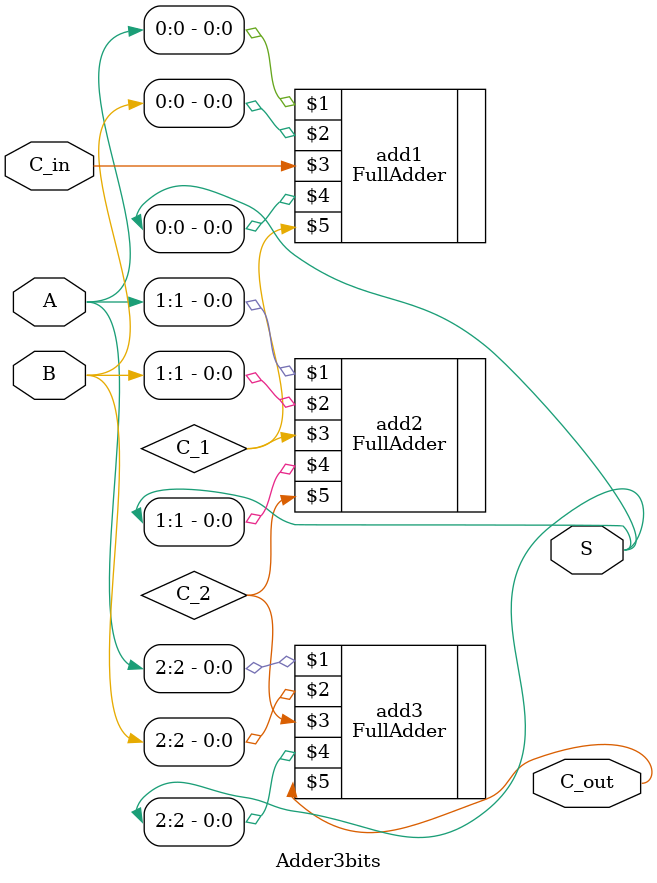
<source format=sv>
`timescale 1ns / 1ps


module Adder3bits(
        input logic [2:0] A, B,
        input logic C_in,
        output logic [2:0] S,
        output logic C_out);
        
        //Internal Conn.
        logic C_1,C_2;
        
        //Adders
        FullAdder add1(A[0], B[0], C_in, S[0], C_1);
        FullAdder add2(A[1], B[1], C_1, S[1], C_2);
        FullAdder add3(A[2], B[2], C_2, S[2], C_out);
endmodule

</source>
